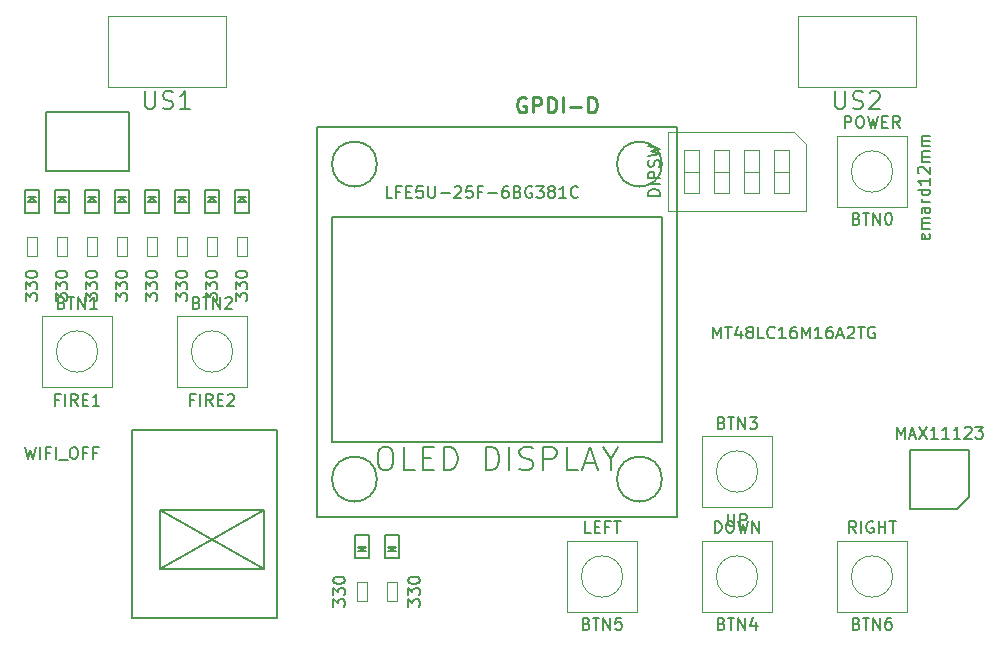
<source format=gbr>
G04 #@! TF.FileFunction,Other,Fab,Top*
%FSLAX46Y46*%
G04 Gerber Fmt 4.6, Leading zero omitted, Abs format (unit mm)*
G04 Created by KiCad (PCBNEW 4.0.7+dfsg1-1) date Wed Nov  8 14:16:07 2017*
%MOMM*%
%LPD*%
G01*
G04 APERTURE LIST*
%ADD10C,0.100000*%
%ADD11C,0.150000*%
%ADD12C,0.254000*%
G04 APERTURE END LIST*
D10*
D11*
X118530000Y-76260000D02*
X117930000Y-76260000D01*
X118230000Y-76360000D02*
X118530000Y-76660000D01*
X117930000Y-76660000D02*
X118230000Y-76360000D01*
X118530000Y-76660000D02*
X117930000Y-76660000D01*
X118830000Y-77660000D02*
X118830000Y-75660000D01*
X117630000Y-77660000D02*
X118830000Y-77660000D01*
X117630000Y-75660000D02*
X117630000Y-77660000D01*
X118830000Y-75660000D02*
X117630000Y-75660000D01*
X115990000Y-76260000D02*
X115390000Y-76260000D01*
X115690000Y-76360000D02*
X115990000Y-76660000D01*
X115390000Y-76660000D02*
X115690000Y-76360000D01*
X115990000Y-76660000D02*
X115390000Y-76660000D01*
X116290000Y-77660000D02*
X116290000Y-75660000D01*
X115090000Y-77660000D02*
X116290000Y-77660000D01*
X115090000Y-75660000D02*
X115090000Y-77660000D01*
X116290000Y-75660000D02*
X115090000Y-75660000D01*
X113450000Y-76260000D02*
X112850000Y-76260000D01*
X113150000Y-76360000D02*
X113450000Y-76660000D01*
X112850000Y-76660000D02*
X113150000Y-76360000D01*
X113450000Y-76660000D02*
X112850000Y-76660000D01*
X113750000Y-77660000D02*
X113750000Y-75660000D01*
X112550000Y-77660000D02*
X113750000Y-77660000D01*
X112550000Y-75660000D02*
X112550000Y-77660000D01*
X113750000Y-75660000D02*
X112550000Y-75660000D01*
X110910000Y-76260000D02*
X110310000Y-76260000D01*
X110610000Y-76360000D02*
X110910000Y-76660000D01*
X110310000Y-76660000D02*
X110610000Y-76360000D01*
X110910000Y-76660000D02*
X110310000Y-76660000D01*
X111210000Y-77660000D02*
X111210000Y-75660000D01*
X110010000Y-77660000D02*
X111210000Y-77660000D01*
X110010000Y-75660000D02*
X110010000Y-77660000D01*
X111210000Y-75660000D02*
X110010000Y-75660000D01*
X108370000Y-76260000D02*
X107770000Y-76260000D01*
X108070000Y-76360000D02*
X108370000Y-76660000D01*
X107770000Y-76660000D02*
X108070000Y-76360000D01*
X108370000Y-76660000D02*
X107770000Y-76660000D01*
X108670000Y-77660000D02*
X108670000Y-75660000D01*
X107470000Y-77660000D02*
X108670000Y-77660000D01*
X107470000Y-75660000D02*
X107470000Y-77660000D01*
X108670000Y-75660000D02*
X107470000Y-75660000D01*
X105830000Y-76260000D02*
X105230000Y-76260000D01*
X105530000Y-76360000D02*
X105830000Y-76660000D01*
X105230000Y-76660000D02*
X105530000Y-76360000D01*
X105830000Y-76660000D02*
X105230000Y-76660000D01*
X106130000Y-77660000D02*
X106130000Y-75660000D01*
X104930000Y-77660000D02*
X106130000Y-77660000D01*
X104930000Y-75660000D02*
X104930000Y-77660000D01*
X106130000Y-75660000D02*
X104930000Y-75660000D01*
X103290000Y-76260000D02*
X102690000Y-76260000D01*
X102990000Y-76360000D02*
X103290000Y-76660000D01*
X102690000Y-76660000D02*
X102990000Y-76360000D01*
X103290000Y-76660000D02*
X102690000Y-76660000D01*
X103590000Y-77660000D02*
X103590000Y-75660000D01*
X102390000Y-77660000D02*
X103590000Y-77660000D01*
X102390000Y-75660000D02*
X102390000Y-77660000D01*
X103590000Y-75660000D02*
X102390000Y-75660000D01*
X100750000Y-76260000D02*
X100150000Y-76260000D01*
X100450000Y-76360000D02*
X100750000Y-76660000D01*
X100150000Y-76660000D02*
X100450000Y-76360000D01*
X100750000Y-76660000D02*
X100150000Y-76660000D01*
X101050000Y-77660000D02*
X101050000Y-75660000D01*
X99850000Y-77660000D02*
X101050000Y-77660000D01*
X99850000Y-75660000D02*
X99850000Y-77660000D01*
X101050000Y-75660000D02*
X99850000Y-75660000D01*
X108624000Y-69080000D02*
X108624000Y-74080000D01*
X101624000Y-69080000D02*
X108624000Y-69080000D01*
X101624000Y-74080000D02*
X101624000Y-69080000D01*
X108624000Y-74080000D02*
X101624000Y-74080000D01*
X128090000Y-106270000D02*
X128690000Y-106270000D01*
X128390000Y-106170000D02*
X128090000Y-105870000D01*
X128690000Y-105870000D02*
X128390000Y-106170000D01*
X128090000Y-105870000D02*
X128690000Y-105870000D01*
X127790000Y-104870000D02*
X127790000Y-106870000D01*
X128990000Y-104870000D02*
X127790000Y-104870000D01*
X128990000Y-106870000D02*
X128990000Y-104870000D01*
X127790000Y-106870000D02*
X128990000Y-106870000D01*
X130630000Y-106270000D02*
X131230000Y-106270000D01*
X130930000Y-106170000D02*
X130630000Y-105870000D01*
X131230000Y-105870000D02*
X130930000Y-106170000D01*
X130630000Y-105870000D02*
X131230000Y-105870000D01*
X130330000Y-104870000D02*
X130330000Y-106870000D01*
X131530000Y-104870000D02*
X130330000Y-104870000D01*
X131530000Y-106870000D02*
X131530000Y-104870000D01*
X130330000Y-106870000D02*
X131530000Y-106870000D01*
D10*
X127990000Y-108880000D02*
X128790000Y-108880000D01*
X127990000Y-110480000D02*
X127990000Y-108880000D01*
X128790000Y-110480000D02*
X127990000Y-110480000D01*
X128790000Y-108880000D02*
X128790000Y-110480000D01*
X131330000Y-110480000D02*
X130530000Y-110480000D01*
X131330000Y-108880000D02*
X131330000Y-110480000D01*
X130530000Y-108880000D02*
X131330000Y-108880000D01*
X130530000Y-110480000D02*
X130530000Y-108880000D01*
X116880000Y-60925000D02*
X116880000Y-66925000D01*
X106880000Y-60925000D02*
X116880000Y-60925000D01*
X106880000Y-66925000D02*
X106880000Y-60925000D01*
X116880000Y-66925000D02*
X106880000Y-66925000D01*
X175300000Y-60925000D02*
X175300000Y-66925000D01*
X165300000Y-60925000D02*
X175300000Y-60925000D01*
X165300000Y-66925000D02*
X165300000Y-60925000D01*
X175300000Y-66925000D02*
X165300000Y-66925000D01*
X118630000Y-81270000D02*
X117830000Y-81270000D01*
X118630000Y-79670000D02*
X118630000Y-81270000D01*
X117830000Y-79670000D02*
X118630000Y-79670000D01*
X117830000Y-81270000D02*
X117830000Y-79670000D01*
X116090000Y-81270000D02*
X115290000Y-81270000D01*
X116090000Y-79670000D02*
X116090000Y-81270000D01*
X115290000Y-79670000D02*
X116090000Y-79670000D01*
X115290000Y-81270000D02*
X115290000Y-79670000D01*
X113550000Y-81270000D02*
X112750000Y-81270000D01*
X113550000Y-79670000D02*
X113550000Y-81270000D01*
X112750000Y-79670000D02*
X113550000Y-79670000D01*
X112750000Y-81270000D02*
X112750000Y-79670000D01*
X111010000Y-81270000D02*
X110210000Y-81270000D01*
X111010000Y-79670000D02*
X111010000Y-81270000D01*
X110210000Y-79670000D02*
X111010000Y-79670000D01*
X110210000Y-81270000D02*
X110210000Y-79670000D01*
X108470000Y-81270000D02*
X107670000Y-81270000D01*
X108470000Y-79670000D02*
X108470000Y-81270000D01*
X107670000Y-79670000D02*
X108470000Y-79670000D01*
X107670000Y-81270000D02*
X107670000Y-79670000D01*
X105930000Y-81270000D02*
X105130000Y-81270000D01*
X105930000Y-79670000D02*
X105930000Y-81270000D01*
X105130000Y-79670000D02*
X105930000Y-79670000D01*
X105130000Y-81270000D02*
X105130000Y-79670000D01*
X103390000Y-81270000D02*
X102590000Y-81270000D01*
X103390000Y-79670000D02*
X103390000Y-81270000D01*
X102590000Y-79670000D02*
X103390000Y-79670000D01*
X102590000Y-81270000D02*
X102590000Y-79670000D01*
X100850000Y-81270000D02*
X100050000Y-81270000D01*
X100850000Y-79670000D02*
X100850000Y-81270000D01*
X100050000Y-79670000D02*
X100850000Y-79670000D01*
X100050000Y-81270000D02*
X100050000Y-79670000D01*
D11*
X178785000Y-102655000D02*
X174785000Y-102655000D01*
X174785000Y-102655000D02*
X174785000Y-97655000D01*
X174785000Y-97655000D02*
X179785000Y-97655000D01*
X179785000Y-97655000D02*
X179785000Y-101655000D01*
X179785000Y-101655000D02*
X178785000Y-102655000D01*
X153790000Y-73485000D02*
G75*
G03X153790000Y-73485000I-1905000J0D01*
G01*
X129660000Y-73485000D02*
G75*
G03X129660000Y-73485000I-1905000J0D01*
G01*
X129660000Y-100155000D02*
G75*
G03X129660000Y-100155000I-1905000J0D01*
G01*
X153790000Y-100155000D02*
G75*
G03X153790000Y-100155000I-1905000J0D01*
G01*
X153790000Y-77930000D02*
X153790000Y-96980000D01*
X125850000Y-77930000D02*
X153790000Y-77930000D01*
X125850000Y-96980000D02*
X125850000Y-77930000D01*
X153790000Y-96980000D02*
X125850000Y-96980000D01*
X155060000Y-70310000D02*
X155060000Y-103330000D01*
X124580000Y-70310000D02*
X155060000Y-70310000D01*
X124580000Y-103330000D02*
X124580000Y-70310000D01*
X155060000Y-103330000D02*
X124580000Y-103330000D01*
D10*
X174570000Y-77120000D02*
X174570000Y-71120000D01*
X174570000Y-71120000D02*
X168570000Y-71120000D01*
X168570000Y-71120000D02*
X168570000Y-77120000D01*
X168570000Y-77120000D02*
X174570000Y-77120000D01*
X173320714Y-74120000D02*
G75*
G03X173320714Y-74120000I-1750714J0D01*
G01*
X101260000Y-86360000D02*
X101260000Y-92360000D01*
X101260000Y-92360000D02*
X107260000Y-92360000D01*
X107260000Y-92360000D02*
X107260000Y-86360000D01*
X107260000Y-86360000D02*
X101260000Y-86360000D01*
X106010714Y-89360000D02*
G75*
G03X106010714Y-89360000I-1750714J0D01*
G01*
X112690000Y-86360000D02*
X112690000Y-92360000D01*
X112690000Y-92360000D02*
X118690000Y-92360000D01*
X118690000Y-92360000D02*
X118690000Y-86360000D01*
X118690000Y-86360000D02*
X112690000Y-86360000D01*
X117440714Y-89360000D02*
G75*
G03X117440714Y-89360000I-1750714J0D01*
G01*
X157140000Y-96520000D02*
X157140000Y-102520000D01*
X157140000Y-102520000D02*
X163140000Y-102520000D01*
X163140000Y-102520000D02*
X163140000Y-96520000D01*
X163140000Y-96520000D02*
X157140000Y-96520000D01*
X161890714Y-99520000D02*
G75*
G03X161890714Y-99520000I-1750714J0D01*
G01*
X163140000Y-111410000D02*
X163140000Y-105410000D01*
X163140000Y-105410000D02*
X157140000Y-105410000D01*
X157140000Y-105410000D02*
X157140000Y-111410000D01*
X157140000Y-111410000D02*
X163140000Y-111410000D01*
X161890714Y-108410000D02*
G75*
G03X161890714Y-108410000I-1750714J0D01*
G01*
X151710000Y-111410000D02*
X151710000Y-105410000D01*
X151710000Y-105410000D02*
X145710000Y-105410000D01*
X145710000Y-105410000D02*
X145710000Y-111410000D01*
X145710000Y-111410000D02*
X151710000Y-111410000D01*
X150460714Y-108410000D02*
G75*
G03X150460714Y-108410000I-1750714J0D01*
G01*
X174570000Y-111410000D02*
X174570000Y-105410000D01*
X174570000Y-105410000D02*
X168570000Y-105410000D01*
X168570000Y-105410000D02*
X168570000Y-111410000D01*
X168570000Y-111410000D02*
X174570000Y-111410000D01*
X173320714Y-108410000D02*
G75*
G03X173320714Y-108410000I-1750714J0D01*
G01*
X166000000Y-71780000D02*
X166000000Y-77460000D01*
X166000000Y-77460000D02*
X154280000Y-77460000D01*
X154280000Y-77460000D02*
X154280000Y-70780000D01*
X154280000Y-70780000D02*
X165000000Y-70780000D01*
X165000000Y-70780000D02*
X166000000Y-71780000D01*
X164585000Y-72310000D02*
X163315000Y-72310000D01*
X163315000Y-72310000D02*
X163315000Y-75930000D01*
X163315000Y-75930000D02*
X164585000Y-75930000D01*
X164585000Y-75930000D02*
X164585000Y-72310000D01*
X164585000Y-74120000D02*
X163315000Y-74120000D01*
X162045000Y-72310000D02*
X160775000Y-72310000D01*
X160775000Y-72310000D02*
X160775000Y-75930000D01*
X160775000Y-75930000D02*
X162045000Y-75930000D01*
X162045000Y-75930000D02*
X162045000Y-72310000D01*
X162045000Y-74120000D02*
X160775000Y-74120000D01*
X159505000Y-72310000D02*
X158235000Y-72310000D01*
X158235000Y-72310000D02*
X158235000Y-75930000D01*
X158235000Y-75930000D02*
X159505000Y-75930000D01*
X159505000Y-75930000D02*
X159505000Y-72310000D01*
X159505000Y-74120000D02*
X158235000Y-74120000D01*
X156965000Y-72310000D02*
X155695000Y-72310000D01*
X155695000Y-72310000D02*
X155695000Y-75930000D01*
X155695000Y-75930000D02*
X156965000Y-75930000D01*
X156965000Y-75930000D02*
X156965000Y-72310000D01*
X156965000Y-74120000D02*
X155695000Y-74120000D01*
D11*
X120055000Y-102815000D02*
X111255000Y-107765000D01*
X120055000Y-107765000D02*
X111255000Y-102815000D01*
X120055000Y-102815000D02*
X120055000Y-107765000D01*
X111255000Y-102815000D02*
X111255000Y-107765000D01*
X111255000Y-107765000D02*
X120055000Y-107765000D01*
X120055000Y-102815000D02*
X111255000Y-102815000D01*
X121205000Y-95965000D02*
X108905000Y-95965000D01*
X121205000Y-111915000D02*
X121205000Y-95965000D01*
X108905000Y-111915000D02*
X121205000Y-111915000D01*
X108905000Y-95965000D02*
X108905000Y-111915000D01*
X158132666Y-88252381D02*
X158132666Y-87252381D01*
X158466000Y-87966667D01*
X158799333Y-87252381D01*
X158799333Y-88252381D01*
X159132666Y-87252381D02*
X159704095Y-87252381D01*
X159418380Y-88252381D02*
X159418380Y-87252381D01*
X160466000Y-87585714D02*
X160466000Y-88252381D01*
X160227904Y-87204762D02*
X159989809Y-87919048D01*
X160608857Y-87919048D01*
X161132666Y-87680952D02*
X161037428Y-87633333D01*
X160989809Y-87585714D01*
X160942190Y-87490476D01*
X160942190Y-87442857D01*
X160989809Y-87347619D01*
X161037428Y-87300000D01*
X161132666Y-87252381D01*
X161323143Y-87252381D01*
X161418381Y-87300000D01*
X161466000Y-87347619D01*
X161513619Y-87442857D01*
X161513619Y-87490476D01*
X161466000Y-87585714D01*
X161418381Y-87633333D01*
X161323143Y-87680952D01*
X161132666Y-87680952D01*
X161037428Y-87728571D01*
X160989809Y-87776190D01*
X160942190Y-87871429D01*
X160942190Y-88061905D01*
X160989809Y-88157143D01*
X161037428Y-88204762D01*
X161132666Y-88252381D01*
X161323143Y-88252381D01*
X161418381Y-88204762D01*
X161466000Y-88157143D01*
X161513619Y-88061905D01*
X161513619Y-87871429D01*
X161466000Y-87776190D01*
X161418381Y-87728571D01*
X161323143Y-87680952D01*
X162418381Y-88252381D02*
X161942190Y-88252381D01*
X161942190Y-87252381D01*
X163323143Y-88157143D02*
X163275524Y-88204762D01*
X163132667Y-88252381D01*
X163037429Y-88252381D01*
X162894571Y-88204762D01*
X162799333Y-88109524D01*
X162751714Y-88014286D01*
X162704095Y-87823810D01*
X162704095Y-87680952D01*
X162751714Y-87490476D01*
X162799333Y-87395238D01*
X162894571Y-87300000D01*
X163037429Y-87252381D01*
X163132667Y-87252381D01*
X163275524Y-87300000D01*
X163323143Y-87347619D01*
X164275524Y-88252381D02*
X163704095Y-88252381D01*
X163989809Y-88252381D02*
X163989809Y-87252381D01*
X163894571Y-87395238D01*
X163799333Y-87490476D01*
X163704095Y-87538095D01*
X165132667Y-87252381D02*
X164942190Y-87252381D01*
X164846952Y-87300000D01*
X164799333Y-87347619D01*
X164704095Y-87490476D01*
X164656476Y-87680952D01*
X164656476Y-88061905D01*
X164704095Y-88157143D01*
X164751714Y-88204762D01*
X164846952Y-88252381D01*
X165037429Y-88252381D01*
X165132667Y-88204762D01*
X165180286Y-88157143D01*
X165227905Y-88061905D01*
X165227905Y-87823810D01*
X165180286Y-87728571D01*
X165132667Y-87680952D01*
X165037429Y-87633333D01*
X164846952Y-87633333D01*
X164751714Y-87680952D01*
X164704095Y-87728571D01*
X164656476Y-87823810D01*
X165656476Y-88252381D02*
X165656476Y-87252381D01*
X165989810Y-87966667D01*
X166323143Y-87252381D01*
X166323143Y-88252381D01*
X167323143Y-88252381D02*
X166751714Y-88252381D01*
X167037428Y-88252381D02*
X167037428Y-87252381D01*
X166942190Y-87395238D01*
X166846952Y-87490476D01*
X166751714Y-87538095D01*
X168180286Y-87252381D02*
X167989809Y-87252381D01*
X167894571Y-87300000D01*
X167846952Y-87347619D01*
X167751714Y-87490476D01*
X167704095Y-87680952D01*
X167704095Y-88061905D01*
X167751714Y-88157143D01*
X167799333Y-88204762D01*
X167894571Y-88252381D01*
X168085048Y-88252381D01*
X168180286Y-88204762D01*
X168227905Y-88157143D01*
X168275524Y-88061905D01*
X168275524Y-87823810D01*
X168227905Y-87728571D01*
X168180286Y-87680952D01*
X168085048Y-87633333D01*
X167894571Y-87633333D01*
X167799333Y-87680952D01*
X167751714Y-87728571D01*
X167704095Y-87823810D01*
X168656476Y-87966667D02*
X169132667Y-87966667D01*
X168561238Y-88252381D02*
X168894571Y-87252381D01*
X169227905Y-88252381D01*
X169513619Y-87347619D02*
X169561238Y-87300000D01*
X169656476Y-87252381D01*
X169894572Y-87252381D01*
X169989810Y-87300000D01*
X170037429Y-87347619D01*
X170085048Y-87442857D01*
X170085048Y-87538095D01*
X170037429Y-87680952D01*
X169466000Y-88252381D01*
X170085048Y-88252381D01*
X170370762Y-87252381D02*
X170942191Y-87252381D01*
X170656476Y-88252381D02*
X170656476Y-87252381D01*
X171799334Y-87300000D02*
X171704096Y-87252381D01*
X171561239Y-87252381D01*
X171418381Y-87300000D01*
X171323143Y-87395238D01*
X171275524Y-87490476D01*
X171227905Y-87680952D01*
X171227905Y-87823810D01*
X171275524Y-88014286D01*
X171323143Y-88109524D01*
X171418381Y-88204762D01*
X171561239Y-88252381D01*
X171656477Y-88252381D01*
X171799334Y-88204762D01*
X171846953Y-88157143D01*
X171846953Y-87823810D01*
X171656477Y-87823810D01*
X99894762Y-97448381D02*
X100132857Y-98448381D01*
X100323334Y-97734095D01*
X100513810Y-98448381D01*
X100751905Y-97448381D01*
X101132857Y-98448381D02*
X101132857Y-97448381D01*
X101942381Y-97924571D02*
X101609047Y-97924571D01*
X101609047Y-98448381D02*
X101609047Y-97448381D01*
X102085238Y-97448381D01*
X102466190Y-98448381D02*
X102466190Y-97448381D01*
X102704285Y-98543619D02*
X103466190Y-98543619D01*
X103894761Y-97448381D02*
X104085238Y-97448381D01*
X104180476Y-97496000D01*
X104275714Y-97591238D01*
X104323333Y-97781714D01*
X104323333Y-98115048D01*
X104275714Y-98305524D01*
X104180476Y-98400762D01*
X104085238Y-98448381D01*
X103894761Y-98448381D01*
X103799523Y-98400762D01*
X103704285Y-98305524D01*
X103656666Y-98115048D01*
X103656666Y-97781714D01*
X103704285Y-97591238D01*
X103799523Y-97496000D01*
X103894761Y-97448381D01*
X105085238Y-97924571D02*
X104751904Y-97924571D01*
X104751904Y-98448381D02*
X104751904Y-97448381D01*
X105228095Y-97448381D01*
X105942381Y-97924571D02*
X105609047Y-97924571D01*
X105609047Y-98448381D02*
X105609047Y-97448381D01*
X106085238Y-97448381D01*
X125942381Y-110965714D02*
X125942381Y-110346666D01*
X126323333Y-110680000D01*
X126323333Y-110537142D01*
X126370952Y-110441904D01*
X126418571Y-110394285D01*
X126513810Y-110346666D01*
X126751905Y-110346666D01*
X126847143Y-110394285D01*
X126894762Y-110441904D01*
X126942381Y-110537142D01*
X126942381Y-110822857D01*
X126894762Y-110918095D01*
X126847143Y-110965714D01*
X125942381Y-110013333D02*
X125942381Y-109394285D01*
X126323333Y-109727619D01*
X126323333Y-109584761D01*
X126370952Y-109489523D01*
X126418571Y-109441904D01*
X126513810Y-109394285D01*
X126751905Y-109394285D01*
X126847143Y-109441904D01*
X126894762Y-109489523D01*
X126942381Y-109584761D01*
X126942381Y-109870476D01*
X126894762Y-109965714D01*
X126847143Y-110013333D01*
X125942381Y-108775238D02*
X125942381Y-108679999D01*
X125990000Y-108584761D01*
X126037619Y-108537142D01*
X126132857Y-108489523D01*
X126323333Y-108441904D01*
X126561429Y-108441904D01*
X126751905Y-108489523D01*
X126847143Y-108537142D01*
X126894762Y-108584761D01*
X126942381Y-108679999D01*
X126942381Y-108775238D01*
X126894762Y-108870476D01*
X126847143Y-108918095D01*
X126751905Y-108965714D01*
X126561429Y-109013333D01*
X126323333Y-109013333D01*
X126132857Y-108965714D01*
X126037619Y-108918095D01*
X125990000Y-108870476D01*
X125942381Y-108775238D01*
X132282381Y-110965714D02*
X132282381Y-110346666D01*
X132663333Y-110680000D01*
X132663333Y-110537142D01*
X132710952Y-110441904D01*
X132758571Y-110394285D01*
X132853810Y-110346666D01*
X133091905Y-110346666D01*
X133187143Y-110394285D01*
X133234762Y-110441904D01*
X133282381Y-110537142D01*
X133282381Y-110822857D01*
X133234762Y-110918095D01*
X133187143Y-110965714D01*
X132282381Y-110013333D02*
X132282381Y-109394285D01*
X132663333Y-109727619D01*
X132663333Y-109584761D01*
X132710952Y-109489523D01*
X132758571Y-109441904D01*
X132853810Y-109394285D01*
X133091905Y-109394285D01*
X133187143Y-109441904D01*
X133234762Y-109489523D01*
X133282381Y-109584761D01*
X133282381Y-109870476D01*
X133234762Y-109965714D01*
X133187143Y-110013333D01*
X132282381Y-108775238D02*
X132282381Y-108679999D01*
X132330000Y-108584761D01*
X132377619Y-108537142D01*
X132472857Y-108489523D01*
X132663333Y-108441904D01*
X132901429Y-108441904D01*
X133091905Y-108489523D01*
X133187143Y-108537142D01*
X133234762Y-108584761D01*
X133282381Y-108679999D01*
X133282381Y-108775238D01*
X133234762Y-108870476D01*
X133187143Y-108918095D01*
X133091905Y-108965714D01*
X132901429Y-109013333D01*
X132663333Y-109013333D01*
X132472857Y-108965714D01*
X132377619Y-108918095D01*
X132330000Y-108870476D01*
X132282381Y-108775238D01*
X110022858Y-67329571D02*
X110022858Y-68543857D01*
X110094286Y-68686714D01*
X110165715Y-68758143D01*
X110308572Y-68829571D01*
X110594286Y-68829571D01*
X110737144Y-68758143D01*
X110808572Y-68686714D01*
X110880001Y-68543857D01*
X110880001Y-67329571D01*
X111522858Y-68758143D02*
X111737144Y-68829571D01*
X112094287Y-68829571D01*
X112237144Y-68758143D01*
X112308573Y-68686714D01*
X112380001Y-68543857D01*
X112380001Y-68401000D01*
X112308573Y-68258143D01*
X112237144Y-68186714D01*
X112094287Y-68115286D01*
X111808573Y-68043857D01*
X111665715Y-67972429D01*
X111594287Y-67901000D01*
X111522858Y-67758143D01*
X111522858Y-67615286D01*
X111594287Y-67472429D01*
X111665715Y-67401000D01*
X111808573Y-67329571D01*
X112165715Y-67329571D01*
X112380001Y-67401000D01*
X113808572Y-68829571D02*
X112951429Y-68829571D01*
X113380001Y-68829571D02*
X113380001Y-67329571D01*
X113237144Y-67543857D01*
X113094286Y-67686714D01*
X112951429Y-67758143D01*
X168442858Y-67329571D02*
X168442858Y-68543857D01*
X168514286Y-68686714D01*
X168585715Y-68758143D01*
X168728572Y-68829571D01*
X169014286Y-68829571D01*
X169157144Y-68758143D01*
X169228572Y-68686714D01*
X169300001Y-68543857D01*
X169300001Y-67329571D01*
X169942858Y-68758143D02*
X170157144Y-68829571D01*
X170514287Y-68829571D01*
X170657144Y-68758143D01*
X170728573Y-68686714D01*
X170800001Y-68543857D01*
X170800001Y-68401000D01*
X170728573Y-68258143D01*
X170657144Y-68186714D01*
X170514287Y-68115286D01*
X170228573Y-68043857D01*
X170085715Y-67972429D01*
X170014287Y-67901000D01*
X169942858Y-67758143D01*
X169942858Y-67615286D01*
X170014287Y-67472429D01*
X170085715Y-67401000D01*
X170228573Y-67329571D01*
X170585715Y-67329571D01*
X170800001Y-67401000D01*
X171371429Y-67472429D02*
X171442858Y-67401000D01*
X171585715Y-67329571D01*
X171942858Y-67329571D01*
X172085715Y-67401000D01*
X172157144Y-67472429D01*
X172228572Y-67615286D01*
X172228572Y-67758143D01*
X172157144Y-67972429D01*
X171300001Y-68829571D01*
X172228572Y-68829571D01*
X117682381Y-85057714D02*
X117682381Y-84438666D01*
X118063333Y-84772000D01*
X118063333Y-84629142D01*
X118110952Y-84533904D01*
X118158571Y-84486285D01*
X118253810Y-84438666D01*
X118491905Y-84438666D01*
X118587143Y-84486285D01*
X118634762Y-84533904D01*
X118682381Y-84629142D01*
X118682381Y-84914857D01*
X118634762Y-85010095D01*
X118587143Y-85057714D01*
X117682381Y-84105333D02*
X117682381Y-83486285D01*
X118063333Y-83819619D01*
X118063333Y-83676761D01*
X118110952Y-83581523D01*
X118158571Y-83533904D01*
X118253810Y-83486285D01*
X118491905Y-83486285D01*
X118587143Y-83533904D01*
X118634762Y-83581523D01*
X118682381Y-83676761D01*
X118682381Y-83962476D01*
X118634762Y-84057714D01*
X118587143Y-84105333D01*
X117682381Y-82867238D02*
X117682381Y-82771999D01*
X117730000Y-82676761D01*
X117777619Y-82629142D01*
X117872857Y-82581523D01*
X118063333Y-82533904D01*
X118301429Y-82533904D01*
X118491905Y-82581523D01*
X118587143Y-82629142D01*
X118634762Y-82676761D01*
X118682381Y-82771999D01*
X118682381Y-82867238D01*
X118634762Y-82962476D01*
X118587143Y-83010095D01*
X118491905Y-83057714D01*
X118301429Y-83105333D01*
X118063333Y-83105333D01*
X117872857Y-83057714D01*
X117777619Y-83010095D01*
X117730000Y-82962476D01*
X117682381Y-82867238D01*
X115142381Y-85057714D02*
X115142381Y-84438666D01*
X115523333Y-84772000D01*
X115523333Y-84629142D01*
X115570952Y-84533904D01*
X115618571Y-84486285D01*
X115713810Y-84438666D01*
X115951905Y-84438666D01*
X116047143Y-84486285D01*
X116094762Y-84533904D01*
X116142381Y-84629142D01*
X116142381Y-84914857D01*
X116094762Y-85010095D01*
X116047143Y-85057714D01*
X115142381Y-84105333D02*
X115142381Y-83486285D01*
X115523333Y-83819619D01*
X115523333Y-83676761D01*
X115570952Y-83581523D01*
X115618571Y-83533904D01*
X115713810Y-83486285D01*
X115951905Y-83486285D01*
X116047143Y-83533904D01*
X116094762Y-83581523D01*
X116142381Y-83676761D01*
X116142381Y-83962476D01*
X116094762Y-84057714D01*
X116047143Y-84105333D01*
X115142381Y-82867238D02*
X115142381Y-82771999D01*
X115190000Y-82676761D01*
X115237619Y-82629142D01*
X115332857Y-82581523D01*
X115523333Y-82533904D01*
X115761429Y-82533904D01*
X115951905Y-82581523D01*
X116047143Y-82629142D01*
X116094762Y-82676761D01*
X116142381Y-82771999D01*
X116142381Y-82867238D01*
X116094762Y-82962476D01*
X116047143Y-83010095D01*
X115951905Y-83057714D01*
X115761429Y-83105333D01*
X115523333Y-83105333D01*
X115332857Y-83057714D01*
X115237619Y-83010095D01*
X115190000Y-82962476D01*
X115142381Y-82867238D01*
X112602381Y-85057714D02*
X112602381Y-84438666D01*
X112983333Y-84772000D01*
X112983333Y-84629142D01*
X113030952Y-84533904D01*
X113078571Y-84486285D01*
X113173810Y-84438666D01*
X113411905Y-84438666D01*
X113507143Y-84486285D01*
X113554762Y-84533904D01*
X113602381Y-84629142D01*
X113602381Y-84914857D01*
X113554762Y-85010095D01*
X113507143Y-85057714D01*
X112602381Y-84105333D02*
X112602381Y-83486285D01*
X112983333Y-83819619D01*
X112983333Y-83676761D01*
X113030952Y-83581523D01*
X113078571Y-83533904D01*
X113173810Y-83486285D01*
X113411905Y-83486285D01*
X113507143Y-83533904D01*
X113554762Y-83581523D01*
X113602381Y-83676761D01*
X113602381Y-83962476D01*
X113554762Y-84057714D01*
X113507143Y-84105333D01*
X112602381Y-82867238D02*
X112602381Y-82771999D01*
X112650000Y-82676761D01*
X112697619Y-82629142D01*
X112792857Y-82581523D01*
X112983333Y-82533904D01*
X113221429Y-82533904D01*
X113411905Y-82581523D01*
X113507143Y-82629142D01*
X113554762Y-82676761D01*
X113602381Y-82771999D01*
X113602381Y-82867238D01*
X113554762Y-82962476D01*
X113507143Y-83010095D01*
X113411905Y-83057714D01*
X113221429Y-83105333D01*
X112983333Y-83105333D01*
X112792857Y-83057714D01*
X112697619Y-83010095D01*
X112650000Y-82962476D01*
X112602381Y-82867238D01*
X110062381Y-85057714D02*
X110062381Y-84438666D01*
X110443333Y-84772000D01*
X110443333Y-84629142D01*
X110490952Y-84533904D01*
X110538571Y-84486285D01*
X110633810Y-84438666D01*
X110871905Y-84438666D01*
X110967143Y-84486285D01*
X111014762Y-84533904D01*
X111062381Y-84629142D01*
X111062381Y-84914857D01*
X111014762Y-85010095D01*
X110967143Y-85057714D01*
X110062381Y-84105333D02*
X110062381Y-83486285D01*
X110443333Y-83819619D01*
X110443333Y-83676761D01*
X110490952Y-83581523D01*
X110538571Y-83533904D01*
X110633810Y-83486285D01*
X110871905Y-83486285D01*
X110967143Y-83533904D01*
X111014762Y-83581523D01*
X111062381Y-83676761D01*
X111062381Y-83962476D01*
X111014762Y-84057714D01*
X110967143Y-84105333D01*
X110062381Y-82867238D02*
X110062381Y-82771999D01*
X110110000Y-82676761D01*
X110157619Y-82629142D01*
X110252857Y-82581523D01*
X110443333Y-82533904D01*
X110681429Y-82533904D01*
X110871905Y-82581523D01*
X110967143Y-82629142D01*
X111014762Y-82676761D01*
X111062381Y-82771999D01*
X111062381Y-82867238D01*
X111014762Y-82962476D01*
X110967143Y-83010095D01*
X110871905Y-83057714D01*
X110681429Y-83105333D01*
X110443333Y-83105333D01*
X110252857Y-83057714D01*
X110157619Y-83010095D01*
X110110000Y-82962476D01*
X110062381Y-82867238D01*
X107522381Y-85057714D02*
X107522381Y-84438666D01*
X107903333Y-84772000D01*
X107903333Y-84629142D01*
X107950952Y-84533904D01*
X107998571Y-84486285D01*
X108093810Y-84438666D01*
X108331905Y-84438666D01*
X108427143Y-84486285D01*
X108474762Y-84533904D01*
X108522381Y-84629142D01*
X108522381Y-84914857D01*
X108474762Y-85010095D01*
X108427143Y-85057714D01*
X107522381Y-84105333D02*
X107522381Y-83486285D01*
X107903333Y-83819619D01*
X107903333Y-83676761D01*
X107950952Y-83581523D01*
X107998571Y-83533904D01*
X108093810Y-83486285D01*
X108331905Y-83486285D01*
X108427143Y-83533904D01*
X108474762Y-83581523D01*
X108522381Y-83676761D01*
X108522381Y-83962476D01*
X108474762Y-84057714D01*
X108427143Y-84105333D01*
X107522381Y-82867238D02*
X107522381Y-82771999D01*
X107570000Y-82676761D01*
X107617619Y-82629142D01*
X107712857Y-82581523D01*
X107903333Y-82533904D01*
X108141429Y-82533904D01*
X108331905Y-82581523D01*
X108427143Y-82629142D01*
X108474762Y-82676761D01*
X108522381Y-82771999D01*
X108522381Y-82867238D01*
X108474762Y-82962476D01*
X108427143Y-83010095D01*
X108331905Y-83057714D01*
X108141429Y-83105333D01*
X107903333Y-83105333D01*
X107712857Y-83057714D01*
X107617619Y-83010095D01*
X107570000Y-82962476D01*
X107522381Y-82867238D01*
X104982381Y-85057714D02*
X104982381Y-84438666D01*
X105363333Y-84772000D01*
X105363333Y-84629142D01*
X105410952Y-84533904D01*
X105458571Y-84486285D01*
X105553810Y-84438666D01*
X105791905Y-84438666D01*
X105887143Y-84486285D01*
X105934762Y-84533904D01*
X105982381Y-84629142D01*
X105982381Y-84914857D01*
X105934762Y-85010095D01*
X105887143Y-85057714D01*
X104982381Y-84105333D02*
X104982381Y-83486285D01*
X105363333Y-83819619D01*
X105363333Y-83676761D01*
X105410952Y-83581523D01*
X105458571Y-83533904D01*
X105553810Y-83486285D01*
X105791905Y-83486285D01*
X105887143Y-83533904D01*
X105934762Y-83581523D01*
X105982381Y-83676761D01*
X105982381Y-83962476D01*
X105934762Y-84057714D01*
X105887143Y-84105333D01*
X104982381Y-82867238D02*
X104982381Y-82771999D01*
X105030000Y-82676761D01*
X105077619Y-82629142D01*
X105172857Y-82581523D01*
X105363333Y-82533904D01*
X105601429Y-82533904D01*
X105791905Y-82581523D01*
X105887143Y-82629142D01*
X105934762Y-82676761D01*
X105982381Y-82771999D01*
X105982381Y-82867238D01*
X105934762Y-82962476D01*
X105887143Y-83010095D01*
X105791905Y-83057714D01*
X105601429Y-83105333D01*
X105363333Y-83105333D01*
X105172857Y-83057714D01*
X105077619Y-83010095D01*
X105030000Y-82962476D01*
X104982381Y-82867238D01*
X102442381Y-85057714D02*
X102442381Y-84438666D01*
X102823333Y-84772000D01*
X102823333Y-84629142D01*
X102870952Y-84533904D01*
X102918571Y-84486285D01*
X103013810Y-84438666D01*
X103251905Y-84438666D01*
X103347143Y-84486285D01*
X103394762Y-84533904D01*
X103442381Y-84629142D01*
X103442381Y-84914857D01*
X103394762Y-85010095D01*
X103347143Y-85057714D01*
X102442381Y-84105333D02*
X102442381Y-83486285D01*
X102823333Y-83819619D01*
X102823333Y-83676761D01*
X102870952Y-83581523D01*
X102918571Y-83533904D01*
X103013810Y-83486285D01*
X103251905Y-83486285D01*
X103347143Y-83533904D01*
X103394762Y-83581523D01*
X103442381Y-83676761D01*
X103442381Y-83962476D01*
X103394762Y-84057714D01*
X103347143Y-84105333D01*
X102442381Y-82867238D02*
X102442381Y-82771999D01*
X102490000Y-82676761D01*
X102537619Y-82629142D01*
X102632857Y-82581523D01*
X102823333Y-82533904D01*
X103061429Y-82533904D01*
X103251905Y-82581523D01*
X103347143Y-82629142D01*
X103394762Y-82676761D01*
X103442381Y-82771999D01*
X103442381Y-82867238D01*
X103394762Y-82962476D01*
X103347143Y-83010095D01*
X103251905Y-83057714D01*
X103061429Y-83105333D01*
X102823333Y-83105333D01*
X102632857Y-83057714D01*
X102537619Y-83010095D01*
X102490000Y-82962476D01*
X102442381Y-82867238D01*
X99902381Y-85057714D02*
X99902381Y-84438666D01*
X100283333Y-84772000D01*
X100283333Y-84629142D01*
X100330952Y-84533904D01*
X100378571Y-84486285D01*
X100473810Y-84438666D01*
X100711905Y-84438666D01*
X100807143Y-84486285D01*
X100854762Y-84533904D01*
X100902381Y-84629142D01*
X100902381Y-84914857D01*
X100854762Y-85010095D01*
X100807143Y-85057714D01*
X99902381Y-84105333D02*
X99902381Y-83486285D01*
X100283333Y-83819619D01*
X100283333Y-83676761D01*
X100330952Y-83581523D01*
X100378571Y-83533904D01*
X100473810Y-83486285D01*
X100711905Y-83486285D01*
X100807143Y-83533904D01*
X100854762Y-83581523D01*
X100902381Y-83676761D01*
X100902381Y-83962476D01*
X100854762Y-84057714D01*
X100807143Y-84105333D01*
X99902381Y-82867238D02*
X99902381Y-82771999D01*
X99950000Y-82676761D01*
X99997619Y-82629142D01*
X100092857Y-82581523D01*
X100283333Y-82533904D01*
X100521429Y-82533904D01*
X100711905Y-82581523D01*
X100807143Y-82629142D01*
X100854762Y-82676761D01*
X100902381Y-82771999D01*
X100902381Y-82867238D01*
X100854762Y-82962476D01*
X100807143Y-83010095D01*
X100711905Y-83057714D01*
X100521429Y-83105333D01*
X100283333Y-83105333D01*
X100092857Y-83057714D01*
X99997619Y-83010095D01*
X99950000Y-82962476D01*
X99902381Y-82867238D01*
X173665952Y-96732381D02*
X173665952Y-95732381D01*
X173999286Y-96446667D01*
X174332619Y-95732381D01*
X174332619Y-96732381D01*
X174761190Y-96446667D02*
X175237381Y-96446667D01*
X174665952Y-96732381D02*
X174999285Y-95732381D01*
X175332619Y-96732381D01*
X175570714Y-95732381D02*
X176237381Y-96732381D01*
X176237381Y-95732381D02*
X175570714Y-96732381D01*
X177142143Y-96732381D02*
X176570714Y-96732381D01*
X176856428Y-96732381D02*
X176856428Y-95732381D01*
X176761190Y-95875238D01*
X176665952Y-95970476D01*
X176570714Y-96018095D01*
X178094524Y-96732381D02*
X177523095Y-96732381D01*
X177808809Y-96732381D02*
X177808809Y-95732381D01*
X177713571Y-95875238D01*
X177618333Y-95970476D01*
X177523095Y-96018095D01*
X179046905Y-96732381D02*
X178475476Y-96732381D01*
X178761190Y-96732381D02*
X178761190Y-95732381D01*
X178665952Y-95875238D01*
X178570714Y-95970476D01*
X178475476Y-96018095D01*
X179427857Y-95827619D02*
X179475476Y-95780000D01*
X179570714Y-95732381D01*
X179808810Y-95732381D01*
X179904048Y-95780000D01*
X179951667Y-95827619D01*
X179999286Y-95922857D01*
X179999286Y-96018095D01*
X179951667Y-96160952D01*
X179380238Y-96732381D01*
X179999286Y-96732381D01*
X180332619Y-95732381D02*
X180951667Y-95732381D01*
X180618333Y-96113333D01*
X180761191Y-96113333D01*
X180856429Y-96160952D01*
X180904048Y-96208571D01*
X180951667Y-96303810D01*
X180951667Y-96541905D01*
X180904048Y-96637143D01*
X180856429Y-96684762D01*
X180761191Y-96732381D01*
X180475476Y-96732381D01*
X180380238Y-96684762D01*
X180332619Y-96637143D01*
X130200952Y-97408762D02*
X130581904Y-97408762D01*
X130772380Y-97504000D01*
X130962857Y-97694476D01*
X131058095Y-98075429D01*
X131058095Y-98742095D01*
X130962857Y-99123048D01*
X130772380Y-99313524D01*
X130581904Y-99408762D01*
X130200952Y-99408762D01*
X130010476Y-99313524D01*
X129819999Y-99123048D01*
X129724761Y-98742095D01*
X129724761Y-98075429D01*
X129819999Y-97694476D01*
X130010476Y-97504000D01*
X130200952Y-97408762D01*
X132867618Y-99408762D02*
X131915237Y-99408762D01*
X131915237Y-97408762D01*
X133534285Y-98361143D02*
X134200952Y-98361143D01*
X134486666Y-99408762D02*
X133534285Y-99408762D01*
X133534285Y-97408762D01*
X134486666Y-97408762D01*
X135343809Y-99408762D02*
X135343809Y-97408762D01*
X135820000Y-97408762D01*
X136105714Y-97504000D01*
X136296190Y-97694476D01*
X136391429Y-97884952D01*
X136486667Y-98265905D01*
X136486667Y-98551619D01*
X136391429Y-98932571D01*
X136296190Y-99123048D01*
X136105714Y-99313524D01*
X135820000Y-99408762D01*
X135343809Y-99408762D01*
X138867619Y-99408762D02*
X138867619Y-97408762D01*
X139343810Y-97408762D01*
X139629524Y-97504000D01*
X139820000Y-97694476D01*
X139915239Y-97884952D01*
X140010477Y-98265905D01*
X140010477Y-98551619D01*
X139915239Y-98932571D01*
X139820000Y-99123048D01*
X139629524Y-99313524D01*
X139343810Y-99408762D01*
X138867619Y-99408762D01*
X140867619Y-99408762D02*
X140867619Y-97408762D01*
X141724762Y-99313524D02*
X142010477Y-99408762D01*
X142486667Y-99408762D01*
X142677143Y-99313524D01*
X142772381Y-99218286D01*
X142867620Y-99027810D01*
X142867620Y-98837333D01*
X142772381Y-98646857D01*
X142677143Y-98551619D01*
X142486667Y-98456381D01*
X142105715Y-98361143D01*
X141915239Y-98265905D01*
X141820000Y-98170667D01*
X141724762Y-97980190D01*
X141724762Y-97789714D01*
X141820000Y-97599238D01*
X141915239Y-97504000D01*
X142105715Y-97408762D01*
X142581905Y-97408762D01*
X142867620Y-97504000D01*
X143724762Y-99408762D02*
X143724762Y-97408762D01*
X144486667Y-97408762D01*
X144677143Y-97504000D01*
X144772382Y-97599238D01*
X144867620Y-97789714D01*
X144867620Y-98075429D01*
X144772382Y-98265905D01*
X144677143Y-98361143D01*
X144486667Y-98456381D01*
X143724762Y-98456381D01*
X146677143Y-99408762D02*
X145724762Y-99408762D01*
X145724762Y-97408762D01*
X147248572Y-98837333D02*
X148200953Y-98837333D01*
X147058096Y-99408762D02*
X147724763Y-97408762D01*
X148391430Y-99408762D01*
X149439049Y-98456381D02*
X149439049Y-99408762D01*
X148772382Y-97408762D02*
X149439049Y-98456381D01*
X150105716Y-97408762D01*
D12*
X142239048Y-67897000D02*
X142118096Y-67836524D01*
X141936667Y-67836524D01*
X141755239Y-67897000D01*
X141634286Y-68017952D01*
X141573810Y-68138905D01*
X141513334Y-68380810D01*
X141513334Y-68562238D01*
X141573810Y-68804143D01*
X141634286Y-68925095D01*
X141755239Y-69046048D01*
X141936667Y-69106524D01*
X142057619Y-69106524D01*
X142239048Y-69046048D01*
X142299524Y-68985571D01*
X142299524Y-68562238D01*
X142057619Y-68562238D01*
X142843810Y-69106524D02*
X142843810Y-67836524D01*
X143327619Y-67836524D01*
X143448572Y-67897000D01*
X143509048Y-67957476D01*
X143569524Y-68078429D01*
X143569524Y-68259857D01*
X143509048Y-68380810D01*
X143448572Y-68441286D01*
X143327619Y-68501762D01*
X142843810Y-68501762D01*
X144113810Y-69106524D02*
X144113810Y-67836524D01*
X144416191Y-67836524D01*
X144597619Y-67897000D01*
X144718572Y-68017952D01*
X144779048Y-68138905D01*
X144839524Y-68380810D01*
X144839524Y-68562238D01*
X144779048Y-68804143D01*
X144718572Y-68925095D01*
X144597619Y-69046048D01*
X144416191Y-69106524D01*
X144113810Y-69106524D01*
X145383810Y-69106524D02*
X145383810Y-67836524D01*
X145988572Y-68622714D02*
X146956191Y-68622714D01*
X147560953Y-69106524D02*
X147560953Y-67836524D01*
X147863334Y-67836524D01*
X148044762Y-67897000D01*
X148165715Y-68017952D01*
X148226191Y-68138905D01*
X148286667Y-68380810D01*
X148286667Y-68562238D01*
X148226191Y-68804143D01*
X148165715Y-68925095D01*
X148044762Y-69046048D01*
X147863334Y-69106524D01*
X147560953Y-69106524D01*
D11*
X169260476Y-70422381D02*
X169260476Y-69422381D01*
X169641429Y-69422381D01*
X169736667Y-69470000D01*
X169784286Y-69517619D01*
X169831905Y-69612857D01*
X169831905Y-69755714D01*
X169784286Y-69850952D01*
X169736667Y-69898571D01*
X169641429Y-69946190D01*
X169260476Y-69946190D01*
X170450952Y-69422381D02*
X170641429Y-69422381D01*
X170736667Y-69470000D01*
X170831905Y-69565238D01*
X170879524Y-69755714D01*
X170879524Y-70089048D01*
X170831905Y-70279524D01*
X170736667Y-70374762D01*
X170641429Y-70422381D01*
X170450952Y-70422381D01*
X170355714Y-70374762D01*
X170260476Y-70279524D01*
X170212857Y-70089048D01*
X170212857Y-69755714D01*
X170260476Y-69565238D01*
X170355714Y-69470000D01*
X170450952Y-69422381D01*
X171212857Y-69422381D02*
X171450952Y-70422381D01*
X171641429Y-69708095D01*
X171831905Y-70422381D01*
X172070000Y-69422381D01*
X172450952Y-69898571D02*
X172784286Y-69898571D01*
X172927143Y-70422381D02*
X172450952Y-70422381D01*
X172450952Y-69422381D01*
X172927143Y-69422381D01*
X173927143Y-70422381D02*
X173593809Y-69946190D01*
X173355714Y-70422381D02*
X173355714Y-69422381D01*
X173736667Y-69422381D01*
X173831905Y-69470000D01*
X173879524Y-69517619D01*
X173927143Y-69612857D01*
X173927143Y-69755714D01*
X173879524Y-69850952D01*
X173831905Y-69898571D01*
X173736667Y-69946190D01*
X173355714Y-69946190D01*
X170260477Y-78098571D02*
X170403334Y-78146190D01*
X170450953Y-78193810D01*
X170498572Y-78289048D01*
X170498572Y-78431905D01*
X170450953Y-78527143D01*
X170403334Y-78574762D01*
X170308096Y-78622381D01*
X169927143Y-78622381D01*
X169927143Y-77622381D01*
X170260477Y-77622381D01*
X170355715Y-77670000D01*
X170403334Y-77717619D01*
X170450953Y-77812857D01*
X170450953Y-77908095D01*
X170403334Y-78003333D01*
X170355715Y-78050952D01*
X170260477Y-78098571D01*
X169927143Y-78098571D01*
X170784286Y-77622381D02*
X171355715Y-77622381D01*
X171070000Y-78622381D02*
X171070000Y-77622381D01*
X171689048Y-78622381D02*
X171689048Y-77622381D01*
X172260477Y-78622381D01*
X172260477Y-77622381D01*
X172927143Y-77622381D02*
X173022382Y-77622381D01*
X173117620Y-77670000D01*
X173165239Y-77717619D01*
X173212858Y-77812857D01*
X173260477Y-78003333D01*
X173260477Y-78241429D01*
X173212858Y-78431905D01*
X173165239Y-78527143D01*
X173117620Y-78574762D01*
X173022382Y-78622381D01*
X172927143Y-78622381D01*
X172831905Y-78574762D01*
X172784286Y-78527143D01*
X172736667Y-78431905D01*
X172689048Y-78241429D01*
X172689048Y-78003333D01*
X172736667Y-77812857D01*
X172784286Y-77717619D01*
X172831905Y-77670000D01*
X172927143Y-77622381D01*
X102736191Y-93438571D02*
X102402857Y-93438571D01*
X102402857Y-93962381D02*
X102402857Y-92962381D01*
X102879048Y-92962381D01*
X103260000Y-93962381D02*
X103260000Y-92962381D01*
X104307619Y-93962381D02*
X103974285Y-93486190D01*
X103736190Y-93962381D02*
X103736190Y-92962381D01*
X104117143Y-92962381D01*
X104212381Y-93010000D01*
X104260000Y-93057619D01*
X104307619Y-93152857D01*
X104307619Y-93295714D01*
X104260000Y-93390952D01*
X104212381Y-93438571D01*
X104117143Y-93486190D01*
X103736190Y-93486190D01*
X104736190Y-93438571D02*
X105069524Y-93438571D01*
X105212381Y-93962381D02*
X104736190Y-93962381D01*
X104736190Y-92962381D01*
X105212381Y-92962381D01*
X106164762Y-93962381D02*
X105593333Y-93962381D01*
X105879047Y-93962381D02*
X105879047Y-92962381D01*
X105783809Y-93105238D01*
X105688571Y-93200476D01*
X105593333Y-93248095D01*
X102950477Y-85238571D02*
X103093334Y-85286190D01*
X103140953Y-85333810D01*
X103188572Y-85429048D01*
X103188572Y-85571905D01*
X103140953Y-85667143D01*
X103093334Y-85714762D01*
X102998096Y-85762381D01*
X102617143Y-85762381D01*
X102617143Y-84762381D01*
X102950477Y-84762381D01*
X103045715Y-84810000D01*
X103093334Y-84857619D01*
X103140953Y-84952857D01*
X103140953Y-85048095D01*
X103093334Y-85143333D01*
X103045715Y-85190952D01*
X102950477Y-85238571D01*
X102617143Y-85238571D01*
X103474286Y-84762381D02*
X104045715Y-84762381D01*
X103760000Y-85762381D02*
X103760000Y-84762381D01*
X104379048Y-85762381D02*
X104379048Y-84762381D01*
X104950477Y-85762381D01*
X104950477Y-84762381D01*
X105950477Y-85762381D02*
X105379048Y-85762381D01*
X105664762Y-85762381D02*
X105664762Y-84762381D01*
X105569524Y-84905238D01*
X105474286Y-85000476D01*
X105379048Y-85048095D01*
X114166191Y-93438571D02*
X113832857Y-93438571D01*
X113832857Y-93962381D02*
X113832857Y-92962381D01*
X114309048Y-92962381D01*
X114690000Y-93962381D02*
X114690000Y-92962381D01*
X115737619Y-93962381D02*
X115404285Y-93486190D01*
X115166190Y-93962381D02*
X115166190Y-92962381D01*
X115547143Y-92962381D01*
X115642381Y-93010000D01*
X115690000Y-93057619D01*
X115737619Y-93152857D01*
X115737619Y-93295714D01*
X115690000Y-93390952D01*
X115642381Y-93438571D01*
X115547143Y-93486190D01*
X115166190Y-93486190D01*
X116166190Y-93438571D02*
X116499524Y-93438571D01*
X116642381Y-93962381D02*
X116166190Y-93962381D01*
X116166190Y-92962381D01*
X116642381Y-92962381D01*
X117023333Y-93057619D02*
X117070952Y-93010000D01*
X117166190Y-92962381D01*
X117404286Y-92962381D01*
X117499524Y-93010000D01*
X117547143Y-93057619D01*
X117594762Y-93152857D01*
X117594762Y-93248095D01*
X117547143Y-93390952D01*
X116975714Y-93962381D01*
X117594762Y-93962381D01*
X114380477Y-85238571D02*
X114523334Y-85286190D01*
X114570953Y-85333810D01*
X114618572Y-85429048D01*
X114618572Y-85571905D01*
X114570953Y-85667143D01*
X114523334Y-85714762D01*
X114428096Y-85762381D01*
X114047143Y-85762381D01*
X114047143Y-84762381D01*
X114380477Y-84762381D01*
X114475715Y-84810000D01*
X114523334Y-84857619D01*
X114570953Y-84952857D01*
X114570953Y-85048095D01*
X114523334Y-85143333D01*
X114475715Y-85190952D01*
X114380477Y-85238571D01*
X114047143Y-85238571D01*
X114904286Y-84762381D02*
X115475715Y-84762381D01*
X115190000Y-85762381D02*
X115190000Y-84762381D01*
X115809048Y-85762381D02*
X115809048Y-84762381D01*
X116380477Y-85762381D01*
X116380477Y-84762381D01*
X116809048Y-84857619D02*
X116856667Y-84810000D01*
X116951905Y-84762381D01*
X117190001Y-84762381D01*
X117285239Y-84810000D01*
X117332858Y-84857619D01*
X117380477Y-84952857D01*
X117380477Y-85048095D01*
X117332858Y-85190952D01*
X116761429Y-85762381D01*
X117380477Y-85762381D01*
X159354286Y-103122381D02*
X159354286Y-103931905D01*
X159401905Y-104027143D01*
X159449524Y-104074762D01*
X159544762Y-104122381D01*
X159735239Y-104122381D01*
X159830477Y-104074762D01*
X159878096Y-104027143D01*
X159925715Y-103931905D01*
X159925715Y-103122381D01*
X160401905Y-104122381D02*
X160401905Y-103122381D01*
X160782858Y-103122381D01*
X160878096Y-103170000D01*
X160925715Y-103217619D01*
X160973334Y-103312857D01*
X160973334Y-103455714D01*
X160925715Y-103550952D01*
X160878096Y-103598571D01*
X160782858Y-103646190D01*
X160401905Y-103646190D01*
X158830477Y-95398571D02*
X158973334Y-95446190D01*
X159020953Y-95493810D01*
X159068572Y-95589048D01*
X159068572Y-95731905D01*
X159020953Y-95827143D01*
X158973334Y-95874762D01*
X158878096Y-95922381D01*
X158497143Y-95922381D01*
X158497143Y-94922381D01*
X158830477Y-94922381D01*
X158925715Y-94970000D01*
X158973334Y-95017619D01*
X159020953Y-95112857D01*
X159020953Y-95208095D01*
X158973334Y-95303333D01*
X158925715Y-95350952D01*
X158830477Y-95398571D01*
X158497143Y-95398571D01*
X159354286Y-94922381D02*
X159925715Y-94922381D01*
X159640000Y-95922381D02*
X159640000Y-94922381D01*
X160259048Y-95922381D02*
X160259048Y-94922381D01*
X160830477Y-95922381D01*
X160830477Y-94922381D01*
X161211429Y-94922381D02*
X161830477Y-94922381D01*
X161497143Y-95303333D01*
X161640001Y-95303333D01*
X161735239Y-95350952D01*
X161782858Y-95398571D01*
X161830477Y-95493810D01*
X161830477Y-95731905D01*
X161782858Y-95827143D01*
X161735239Y-95874762D01*
X161640001Y-95922381D01*
X161354286Y-95922381D01*
X161259048Y-95874762D01*
X161211429Y-95827143D01*
X158259048Y-104712381D02*
X158259048Y-103712381D01*
X158497143Y-103712381D01*
X158640001Y-103760000D01*
X158735239Y-103855238D01*
X158782858Y-103950476D01*
X158830477Y-104140952D01*
X158830477Y-104283810D01*
X158782858Y-104474286D01*
X158735239Y-104569524D01*
X158640001Y-104664762D01*
X158497143Y-104712381D01*
X158259048Y-104712381D01*
X159449524Y-103712381D02*
X159640001Y-103712381D01*
X159735239Y-103760000D01*
X159830477Y-103855238D01*
X159878096Y-104045714D01*
X159878096Y-104379048D01*
X159830477Y-104569524D01*
X159735239Y-104664762D01*
X159640001Y-104712381D01*
X159449524Y-104712381D01*
X159354286Y-104664762D01*
X159259048Y-104569524D01*
X159211429Y-104379048D01*
X159211429Y-104045714D01*
X159259048Y-103855238D01*
X159354286Y-103760000D01*
X159449524Y-103712381D01*
X160211429Y-103712381D02*
X160449524Y-104712381D01*
X160640001Y-103998095D01*
X160830477Y-104712381D01*
X161068572Y-103712381D01*
X161449524Y-104712381D02*
X161449524Y-103712381D01*
X162020953Y-104712381D01*
X162020953Y-103712381D01*
X158830477Y-112388571D02*
X158973334Y-112436190D01*
X159020953Y-112483810D01*
X159068572Y-112579048D01*
X159068572Y-112721905D01*
X159020953Y-112817143D01*
X158973334Y-112864762D01*
X158878096Y-112912381D01*
X158497143Y-112912381D01*
X158497143Y-111912381D01*
X158830477Y-111912381D01*
X158925715Y-111960000D01*
X158973334Y-112007619D01*
X159020953Y-112102857D01*
X159020953Y-112198095D01*
X158973334Y-112293333D01*
X158925715Y-112340952D01*
X158830477Y-112388571D01*
X158497143Y-112388571D01*
X159354286Y-111912381D02*
X159925715Y-111912381D01*
X159640000Y-112912381D02*
X159640000Y-111912381D01*
X160259048Y-112912381D02*
X160259048Y-111912381D01*
X160830477Y-112912381D01*
X160830477Y-111912381D01*
X161735239Y-112245714D02*
X161735239Y-112912381D01*
X161497143Y-111864762D02*
X161259048Y-112579048D01*
X161878096Y-112579048D01*
X147757619Y-104712381D02*
X147281428Y-104712381D01*
X147281428Y-103712381D01*
X148090952Y-104188571D02*
X148424286Y-104188571D01*
X148567143Y-104712381D02*
X148090952Y-104712381D01*
X148090952Y-103712381D01*
X148567143Y-103712381D01*
X149329048Y-104188571D02*
X148995714Y-104188571D01*
X148995714Y-104712381D02*
X148995714Y-103712381D01*
X149471905Y-103712381D01*
X149710000Y-103712381D02*
X150281429Y-103712381D01*
X149995714Y-104712381D02*
X149995714Y-103712381D01*
X147400477Y-112388571D02*
X147543334Y-112436190D01*
X147590953Y-112483810D01*
X147638572Y-112579048D01*
X147638572Y-112721905D01*
X147590953Y-112817143D01*
X147543334Y-112864762D01*
X147448096Y-112912381D01*
X147067143Y-112912381D01*
X147067143Y-111912381D01*
X147400477Y-111912381D01*
X147495715Y-111960000D01*
X147543334Y-112007619D01*
X147590953Y-112102857D01*
X147590953Y-112198095D01*
X147543334Y-112293333D01*
X147495715Y-112340952D01*
X147400477Y-112388571D01*
X147067143Y-112388571D01*
X147924286Y-111912381D02*
X148495715Y-111912381D01*
X148210000Y-112912381D02*
X148210000Y-111912381D01*
X148829048Y-112912381D02*
X148829048Y-111912381D01*
X149400477Y-112912381D01*
X149400477Y-111912381D01*
X150352858Y-111912381D02*
X149876667Y-111912381D01*
X149829048Y-112388571D01*
X149876667Y-112340952D01*
X149971905Y-112293333D01*
X150210001Y-112293333D01*
X150305239Y-112340952D01*
X150352858Y-112388571D01*
X150400477Y-112483810D01*
X150400477Y-112721905D01*
X150352858Y-112817143D01*
X150305239Y-112864762D01*
X150210001Y-112912381D01*
X149971905Y-112912381D01*
X149876667Y-112864762D01*
X149829048Y-112817143D01*
X170236667Y-104712381D02*
X169903333Y-104236190D01*
X169665238Y-104712381D02*
X169665238Y-103712381D01*
X170046191Y-103712381D01*
X170141429Y-103760000D01*
X170189048Y-103807619D01*
X170236667Y-103902857D01*
X170236667Y-104045714D01*
X170189048Y-104140952D01*
X170141429Y-104188571D01*
X170046191Y-104236190D01*
X169665238Y-104236190D01*
X170665238Y-104712381D02*
X170665238Y-103712381D01*
X171665238Y-103760000D02*
X171570000Y-103712381D01*
X171427143Y-103712381D01*
X171284285Y-103760000D01*
X171189047Y-103855238D01*
X171141428Y-103950476D01*
X171093809Y-104140952D01*
X171093809Y-104283810D01*
X171141428Y-104474286D01*
X171189047Y-104569524D01*
X171284285Y-104664762D01*
X171427143Y-104712381D01*
X171522381Y-104712381D01*
X171665238Y-104664762D01*
X171712857Y-104617143D01*
X171712857Y-104283810D01*
X171522381Y-104283810D01*
X172141428Y-104712381D02*
X172141428Y-103712381D01*
X172141428Y-104188571D02*
X172712857Y-104188571D01*
X172712857Y-104712381D02*
X172712857Y-103712381D01*
X173046190Y-103712381D02*
X173617619Y-103712381D01*
X173331904Y-104712381D02*
X173331904Y-103712381D01*
X170260477Y-112388571D02*
X170403334Y-112436190D01*
X170450953Y-112483810D01*
X170498572Y-112579048D01*
X170498572Y-112721905D01*
X170450953Y-112817143D01*
X170403334Y-112864762D01*
X170308096Y-112912381D01*
X169927143Y-112912381D01*
X169927143Y-111912381D01*
X170260477Y-111912381D01*
X170355715Y-111960000D01*
X170403334Y-112007619D01*
X170450953Y-112102857D01*
X170450953Y-112198095D01*
X170403334Y-112293333D01*
X170355715Y-112340952D01*
X170260477Y-112388571D01*
X169927143Y-112388571D01*
X170784286Y-111912381D02*
X171355715Y-111912381D01*
X171070000Y-112912381D02*
X171070000Y-111912381D01*
X171689048Y-112912381D02*
X171689048Y-111912381D01*
X172260477Y-112912381D01*
X172260477Y-111912381D01*
X173165239Y-111912381D02*
X172974762Y-111912381D01*
X172879524Y-111960000D01*
X172831905Y-112007619D01*
X172736667Y-112150476D01*
X172689048Y-112340952D01*
X172689048Y-112721905D01*
X172736667Y-112817143D01*
X172784286Y-112864762D01*
X172879524Y-112912381D01*
X173070001Y-112912381D01*
X173165239Y-112864762D01*
X173212858Y-112817143D01*
X173260477Y-112721905D01*
X173260477Y-112483810D01*
X173212858Y-112388571D01*
X173165239Y-112340952D01*
X173070001Y-112293333D01*
X172879524Y-112293333D01*
X172784286Y-112340952D01*
X172736667Y-112388571D01*
X172689048Y-112483810D01*
X153612381Y-76167619D02*
X152612381Y-76167619D01*
X152612381Y-75929524D01*
X152660000Y-75786666D01*
X152755238Y-75691428D01*
X152850476Y-75643809D01*
X153040952Y-75596190D01*
X153183810Y-75596190D01*
X153374286Y-75643809D01*
X153469524Y-75691428D01*
X153564762Y-75786666D01*
X153612381Y-75929524D01*
X153612381Y-76167619D01*
X153612381Y-75167619D02*
X152612381Y-75167619D01*
X153612381Y-74691429D02*
X152612381Y-74691429D01*
X152612381Y-74310476D01*
X152660000Y-74215238D01*
X152707619Y-74167619D01*
X152802857Y-74120000D01*
X152945714Y-74120000D01*
X153040952Y-74167619D01*
X153088571Y-74215238D01*
X153136190Y-74310476D01*
X153136190Y-74691429D01*
X153564762Y-73739048D02*
X153612381Y-73596191D01*
X153612381Y-73358095D01*
X153564762Y-73262857D01*
X153517143Y-73215238D01*
X153421905Y-73167619D01*
X153326667Y-73167619D01*
X153231429Y-73215238D01*
X153183810Y-73262857D01*
X153136190Y-73358095D01*
X153088571Y-73548572D01*
X153040952Y-73643810D01*
X152993333Y-73691429D01*
X152898095Y-73739048D01*
X152802857Y-73739048D01*
X152707619Y-73691429D01*
X152660000Y-73643810D01*
X152612381Y-73548572D01*
X152612381Y-73310476D01*
X152660000Y-73167619D01*
X152612381Y-72834286D02*
X153612381Y-72596191D01*
X152898095Y-72405714D01*
X153612381Y-72215238D01*
X152612381Y-71977143D01*
X130954762Y-76350381D02*
X130478571Y-76350381D01*
X130478571Y-75350381D01*
X131621429Y-75826571D02*
X131288095Y-75826571D01*
X131288095Y-76350381D02*
X131288095Y-75350381D01*
X131764286Y-75350381D01*
X132145238Y-75826571D02*
X132478572Y-75826571D01*
X132621429Y-76350381D02*
X132145238Y-76350381D01*
X132145238Y-75350381D01*
X132621429Y-75350381D01*
X133526191Y-75350381D02*
X133050000Y-75350381D01*
X133002381Y-75826571D01*
X133050000Y-75778952D01*
X133145238Y-75731333D01*
X133383334Y-75731333D01*
X133478572Y-75778952D01*
X133526191Y-75826571D01*
X133573810Y-75921810D01*
X133573810Y-76159905D01*
X133526191Y-76255143D01*
X133478572Y-76302762D01*
X133383334Y-76350381D01*
X133145238Y-76350381D01*
X133050000Y-76302762D01*
X133002381Y-76255143D01*
X134002381Y-75350381D02*
X134002381Y-76159905D01*
X134050000Y-76255143D01*
X134097619Y-76302762D01*
X134192857Y-76350381D01*
X134383334Y-76350381D01*
X134478572Y-76302762D01*
X134526191Y-76255143D01*
X134573810Y-76159905D01*
X134573810Y-75350381D01*
X135050000Y-75969429D02*
X135811905Y-75969429D01*
X136240476Y-75445619D02*
X136288095Y-75398000D01*
X136383333Y-75350381D01*
X136621429Y-75350381D01*
X136716667Y-75398000D01*
X136764286Y-75445619D01*
X136811905Y-75540857D01*
X136811905Y-75636095D01*
X136764286Y-75778952D01*
X136192857Y-76350381D01*
X136811905Y-76350381D01*
X137716667Y-75350381D02*
X137240476Y-75350381D01*
X137192857Y-75826571D01*
X137240476Y-75778952D01*
X137335714Y-75731333D01*
X137573810Y-75731333D01*
X137669048Y-75778952D01*
X137716667Y-75826571D01*
X137764286Y-75921810D01*
X137764286Y-76159905D01*
X137716667Y-76255143D01*
X137669048Y-76302762D01*
X137573810Y-76350381D01*
X137335714Y-76350381D01*
X137240476Y-76302762D01*
X137192857Y-76255143D01*
X138526191Y-75826571D02*
X138192857Y-75826571D01*
X138192857Y-76350381D02*
X138192857Y-75350381D01*
X138669048Y-75350381D01*
X139050000Y-75969429D02*
X139811905Y-75969429D01*
X140716667Y-75350381D02*
X140526190Y-75350381D01*
X140430952Y-75398000D01*
X140383333Y-75445619D01*
X140288095Y-75588476D01*
X140240476Y-75778952D01*
X140240476Y-76159905D01*
X140288095Y-76255143D01*
X140335714Y-76302762D01*
X140430952Y-76350381D01*
X140621429Y-76350381D01*
X140716667Y-76302762D01*
X140764286Y-76255143D01*
X140811905Y-76159905D01*
X140811905Y-75921810D01*
X140764286Y-75826571D01*
X140716667Y-75778952D01*
X140621429Y-75731333D01*
X140430952Y-75731333D01*
X140335714Y-75778952D01*
X140288095Y-75826571D01*
X140240476Y-75921810D01*
X141573810Y-75826571D02*
X141716667Y-75874190D01*
X141764286Y-75921810D01*
X141811905Y-76017048D01*
X141811905Y-76159905D01*
X141764286Y-76255143D01*
X141716667Y-76302762D01*
X141621429Y-76350381D01*
X141240476Y-76350381D01*
X141240476Y-75350381D01*
X141573810Y-75350381D01*
X141669048Y-75398000D01*
X141716667Y-75445619D01*
X141764286Y-75540857D01*
X141764286Y-75636095D01*
X141716667Y-75731333D01*
X141669048Y-75778952D01*
X141573810Y-75826571D01*
X141240476Y-75826571D01*
X142764286Y-75398000D02*
X142669048Y-75350381D01*
X142526191Y-75350381D01*
X142383333Y-75398000D01*
X142288095Y-75493238D01*
X142240476Y-75588476D01*
X142192857Y-75778952D01*
X142192857Y-75921810D01*
X142240476Y-76112286D01*
X142288095Y-76207524D01*
X142383333Y-76302762D01*
X142526191Y-76350381D01*
X142621429Y-76350381D01*
X142764286Y-76302762D01*
X142811905Y-76255143D01*
X142811905Y-75921810D01*
X142621429Y-75921810D01*
X143145238Y-75350381D02*
X143764286Y-75350381D01*
X143430952Y-75731333D01*
X143573810Y-75731333D01*
X143669048Y-75778952D01*
X143716667Y-75826571D01*
X143764286Y-75921810D01*
X143764286Y-76159905D01*
X143716667Y-76255143D01*
X143669048Y-76302762D01*
X143573810Y-76350381D01*
X143288095Y-76350381D01*
X143192857Y-76302762D01*
X143145238Y-76255143D01*
X144335714Y-75778952D02*
X144240476Y-75731333D01*
X144192857Y-75683714D01*
X144145238Y-75588476D01*
X144145238Y-75540857D01*
X144192857Y-75445619D01*
X144240476Y-75398000D01*
X144335714Y-75350381D01*
X144526191Y-75350381D01*
X144621429Y-75398000D01*
X144669048Y-75445619D01*
X144716667Y-75540857D01*
X144716667Y-75588476D01*
X144669048Y-75683714D01*
X144621429Y-75731333D01*
X144526191Y-75778952D01*
X144335714Y-75778952D01*
X144240476Y-75826571D01*
X144192857Y-75874190D01*
X144145238Y-75969429D01*
X144145238Y-76159905D01*
X144192857Y-76255143D01*
X144240476Y-76302762D01*
X144335714Y-76350381D01*
X144526191Y-76350381D01*
X144621429Y-76302762D01*
X144669048Y-76255143D01*
X144716667Y-76159905D01*
X144716667Y-75969429D01*
X144669048Y-75874190D01*
X144621429Y-75826571D01*
X144526191Y-75778952D01*
X145669048Y-76350381D02*
X145097619Y-76350381D01*
X145383333Y-76350381D02*
X145383333Y-75350381D01*
X145288095Y-75493238D01*
X145192857Y-75588476D01*
X145097619Y-75636095D01*
X146669048Y-76255143D02*
X146621429Y-76302762D01*
X146478572Y-76350381D01*
X146383334Y-76350381D01*
X146240476Y-76302762D01*
X146145238Y-76207524D01*
X146097619Y-76112286D01*
X146050000Y-75921810D01*
X146050000Y-75778952D01*
X146097619Y-75588476D01*
X146145238Y-75493238D01*
X146240476Y-75398000D01*
X146383334Y-75350381D01*
X146478572Y-75350381D01*
X146621429Y-75398000D01*
X146669048Y-75445619D01*
X176394762Y-79420190D02*
X176442381Y-79515428D01*
X176442381Y-79705905D01*
X176394762Y-79801143D01*
X176299524Y-79848762D01*
X175918571Y-79848762D01*
X175823333Y-79801143D01*
X175775714Y-79705905D01*
X175775714Y-79515428D01*
X175823333Y-79420190D01*
X175918571Y-79372571D01*
X176013810Y-79372571D01*
X176109048Y-79848762D01*
X176442381Y-78944000D02*
X175775714Y-78944000D01*
X175870952Y-78944000D02*
X175823333Y-78896381D01*
X175775714Y-78801143D01*
X175775714Y-78658285D01*
X175823333Y-78563047D01*
X175918571Y-78515428D01*
X176442381Y-78515428D01*
X175918571Y-78515428D02*
X175823333Y-78467809D01*
X175775714Y-78372571D01*
X175775714Y-78229714D01*
X175823333Y-78134476D01*
X175918571Y-78086857D01*
X176442381Y-78086857D01*
X176442381Y-77182095D02*
X175918571Y-77182095D01*
X175823333Y-77229714D01*
X175775714Y-77324952D01*
X175775714Y-77515429D01*
X175823333Y-77610667D01*
X176394762Y-77182095D02*
X176442381Y-77277333D01*
X176442381Y-77515429D01*
X176394762Y-77610667D01*
X176299524Y-77658286D01*
X176204286Y-77658286D01*
X176109048Y-77610667D01*
X176061429Y-77515429D01*
X176061429Y-77277333D01*
X176013810Y-77182095D01*
X176442381Y-76705905D02*
X175775714Y-76705905D01*
X175966190Y-76705905D02*
X175870952Y-76658286D01*
X175823333Y-76610667D01*
X175775714Y-76515429D01*
X175775714Y-76420190D01*
X176442381Y-75658285D02*
X175442381Y-75658285D01*
X176394762Y-75658285D02*
X176442381Y-75753523D01*
X176442381Y-75944000D01*
X176394762Y-76039238D01*
X176347143Y-76086857D01*
X176251905Y-76134476D01*
X175966190Y-76134476D01*
X175870952Y-76086857D01*
X175823333Y-76039238D01*
X175775714Y-75944000D01*
X175775714Y-75753523D01*
X175823333Y-75658285D01*
X176442381Y-74658285D02*
X176442381Y-75229714D01*
X176442381Y-74944000D02*
X175442381Y-74944000D01*
X175585238Y-75039238D01*
X175680476Y-75134476D01*
X175728095Y-75229714D01*
X175537619Y-74277333D02*
X175490000Y-74229714D01*
X175442381Y-74134476D01*
X175442381Y-73896380D01*
X175490000Y-73801142D01*
X175537619Y-73753523D01*
X175632857Y-73705904D01*
X175728095Y-73705904D01*
X175870952Y-73753523D01*
X176442381Y-74324952D01*
X176442381Y-73705904D01*
X176442381Y-73277333D02*
X175775714Y-73277333D01*
X175870952Y-73277333D02*
X175823333Y-73229714D01*
X175775714Y-73134476D01*
X175775714Y-72991618D01*
X175823333Y-72896380D01*
X175918571Y-72848761D01*
X176442381Y-72848761D01*
X175918571Y-72848761D02*
X175823333Y-72801142D01*
X175775714Y-72705904D01*
X175775714Y-72563047D01*
X175823333Y-72467809D01*
X175918571Y-72420190D01*
X176442381Y-72420190D01*
X176442381Y-71944000D02*
X175775714Y-71944000D01*
X175870952Y-71944000D02*
X175823333Y-71896381D01*
X175775714Y-71801143D01*
X175775714Y-71658285D01*
X175823333Y-71563047D01*
X175918571Y-71515428D01*
X176442381Y-71515428D01*
X175918571Y-71515428D02*
X175823333Y-71467809D01*
X175775714Y-71372571D01*
X175775714Y-71229714D01*
X175823333Y-71134476D01*
X175918571Y-71086857D01*
X176442381Y-71086857D01*
M02*

</source>
